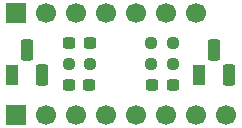
<source format=gbr>
%TF.GenerationSoftware,KiCad,Pcbnew,9.0.5*%
%TF.CreationDate,2025-11-23T20:09:45-05:00*%
%TF.ProjectId,Silicon Fuzz Face Compact,53696c69-636f-46e2-9046-757a7a204661,rev?*%
%TF.SameCoordinates,Original*%
%TF.FileFunction,Soldermask,Top*%
%TF.FilePolarity,Negative*%
%FSLAX46Y46*%
G04 Gerber Fmt 4.6, Leading zero omitted, Abs format (unit mm)*
G04 Created by KiCad (PCBNEW 9.0.5) date 2025-11-23 20:09:45*
%MOMM*%
%LPD*%
G01*
G04 APERTURE LIST*
G04 Aperture macros list*
%AMRoundRect*
0 Rectangle with rounded corners*
0 $1 Rounding radius*
0 $2 $3 $4 $5 $6 $7 $8 $9 X,Y pos of 4 corners*
0 Add a 4 corners polygon primitive as box body*
4,1,4,$2,$3,$4,$5,$6,$7,$8,$9,$2,$3,0*
0 Add four circle primitives for the rounded corners*
1,1,$1+$1,$2,$3*
1,1,$1+$1,$4,$5*
1,1,$1+$1,$6,$7*
1,1,$1+$1,$8,$9*
0 Add four rect primitives between the rounded corners*
20,1,$1+$1,$2,$3,$4,$5,0*
20,1,$1+$1,$4,$5,$6,$7,0*
20,1,$1+$1,$6,$7,$8,$9,0*
20,1,$1+$1,$8,$9,$2,$3,0*%
G04 Aperture macros list end*
%ADD10RoundRect,0.237500X0.300000X0.237500X-0.300000X0.237500X-0.300000X-0.237500X0.300000X-0.237500X0*%
%ADD11R,1.700000X1.700000*%
%ADD12C,1.700000*%
%ADD13RoundRect,0.237500X0.250000X0.237500X-0.250000X0.237500X-0.250000X-0.237500X0.250000X-0.237500X0*%
%ADD14RoundRect,0.237500X-0.300000X-0.237500X0.300000X-0.237500X0.300000X0.237500X-0.300000X0.237500X0*%
%ADD15R,1.100000X1.800000*%
%ADD16RoundRect,0.275000X-0.275000X-0.625000X0.275000X-0.625000X0.275000X0.625000X-0.275000X0.625000X0*%
G04 APERTURE END LIST*
D10*
%TO.C,C1*%
X56762500Y-84850000D03*
X55037500Y-84850000D03*
%TD*%
D11*
%TO.C,J1*%
X50500000Y-90950000D03*
D12*
X53040000Y-90950000D03*
X55580000Y-90950000D03*
X58120000Y-90950000D03*
X60660000Y-90950000D03*
X63200000Y-90950000D03*
X65740000Y-90950000D03*
X68280000Y-90950000D03*
%TD*%
D13*
%TO.C,R3*%
X56800000Y-86650000D03*
X54975000Y-86650000D03*
%TD*%
%TO.C,R2*%
X63812500Y-86650000D03*
X61987500Y-86650000D03*
%TD*%
D11*
%TO.C,J2*%
X50520000Y-82300000D03*
D12*
X53060000Y-82300000D03*
X55600000Y-82300000D03*
X58140000Y-82300000D03*
X60680000Y-82300000D03*
X63220000Y-82300000D03*
X65760000Y-82300000D03*
%TD*%
D14*
%TO.C,C2*%
X55000000Y-88450000D03*
X56725000Y-88450000D03*
%TD*%
%TO.C,C3*%
X62050000Y-88450000D03*
X63775000Y-88450000D03*
%TD*%
D13*
%TO.C,R1*%
X63812500Y-84850000D03*
X61987500Y-84850000D03*
%TD*%
D15*
%TO.C,Q2*%
X50210000Y-87550000D03*
D16*
X51480000Y-85480000D03*
X52750000Y-87550000D03*
%TD*%
D15*
%TO.C,Q1*%
X66050000Y-87550000D03*
D16*
X67320000Y-85480000D03*
X68590000Y-87550000D03*
%TD*%
M02*

</source>
